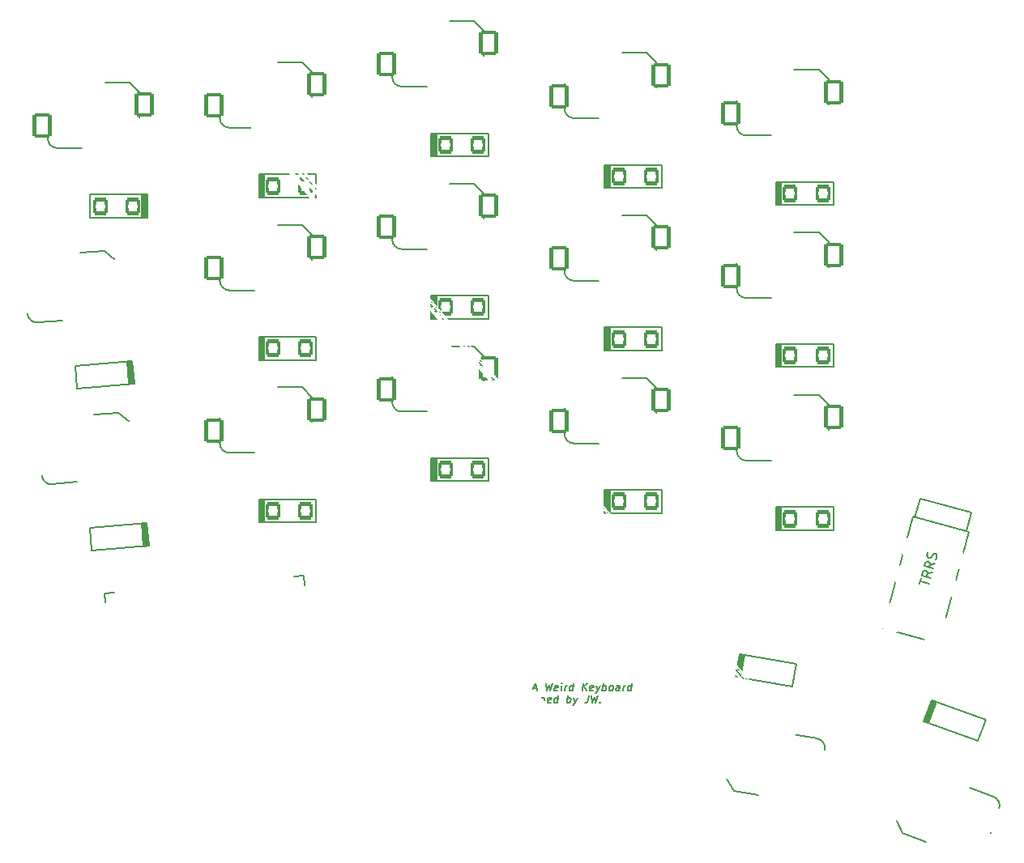
<source format=gto>
G04 #@! TF.GenerationSoftware,KiCad,Pcbnew,7.0.5*
G04 #@! TF.CreationDate,2023-06-14T10:23:52+08:00*
G04 #@! TF.ProjectId,AWKB-C,41574b42-2d43-42e6-9b69-6361645f7063,rev?*
G04 #@! TF.SameCoordinates,Original*
G04 #@! TF.FileFunction,Legend,Top*
G04 #@! TF.FilePolarity,Positive*
%FSLAX46Y46*%
G04 Gerber Fmt 4.6, Leading zero omitted, Abs format (unit mm)*
G04 Created by KiCad (PCBNEW 7.0.5) date 2023-06-14 10:23:52*
%MOMM*%
%LPD*%
G01*
G04 APERTURE LIST*
G04 Aperture macros list*
%AMRoundRect*
0 Rectangle with rounded corners*
0 $1 Rounding radius*
0 $2 $3 $4 $5 $6 $7 $8 $9 X,Y pos of 4 corners*
0 Add a 4 corners polygon primitive as box body*
4,1,4,$2,$3,$4,$5,$6,$7,$8,$9,$2,$3,0*
0 Add four circle primitives for the rounded corners*
1,1,$1+$1,$2,$3*
1,1,$1+$1,$4,$5*
1,1,$1+$1,$6,$7*
1,1,$1+$1,$8,$9*
0 Add four rect primitives between the rounded corners*
20,1,$1+$1,$2,$3,$4,$5,0*
20,1,$1+$1,$4,$5,$6,$7,0*
20,1,$1+$1,$6,$7,$8,$9,0*
20,1,$1+$1,$8,$9,$2,$3,0*%
%AMHorizOval*
0 Thick line with rounded ends*
0 $1 width*
0 $2 $3 position (X,Y) of the first rounded end (center of the circle)*
0 $4 $5 position (X,Y) of the second rounded end (center of the circle)*
0 Add line between two ends*
20,1,$1,$2,$3,$4,$5,0*
0 Add two circle primitives to create the rounded ends*
1,1,$1,$2,$3*
1,1,$1,$4,$5*%
%AMFreePoly0*
4,1,22,0.686777,0.580194,0.756366,0.524698,0.794986,0.444504,0.799999,0.400000,0.800000,0.200000,0.780194,0.113223,0.741421,0.058579,0.141421,-0.541421,0.066056,-0.588777,-0.022393,-0.598742,-0.106406,-0.569345,-0.141421,-0.541421,-0.741421,0.058579,-0.788777,0.133944,-0.800000,0.200000,-0.800000,0.400000,-0.780194,0.486777,-0.724698,0.556366,-0.644504,0.594986,-0.600000,0.600000,
0.600000,0.600000,0.686777,0.580194,0.686777,0.580194,$1*%
%AMFreePoly1*
4,1,26,0.706406,1.169345,0.769345,1.106406,0.798742,1.022393,0.800000,1.000000,0.800000,-0.250000,0.780194,-0.336777,0.724698,-0.406366,0.644504,-0.444986,0.600000,-0.450000,-0.600000,-0.450000,-0.686777,-0.430194,-0.756366,-0.374698,-0.794986,-0.294504,-0.800000,-0.250000,-0.800001,1.000000,-0.780194,1.086777,-0.724698,1.156366,-0.644504,1.194985,-0.555496,1.194986,-0.475302,1.156366,
-0.458579,1.141421,0.000000,0.682842,0.458579,1.141421,0.533944,1.188777,0.622393,1.198742,0.706406,1.169345,0.706406,1.169345,$1*%
%AMFreePoly2*
4,1,414,-2.663564,6.707050,-2.641221,6.706150,-2.627714,6.704682,-2.557310,6.692154,-2.496946,6.671026,-2.423852,6.631355,-2.413687,6.625023,-2.398814,6.614472,-2.158972,6.440888,-1.894926,6.250226,-1.604825,6.041150,-1.340970,5.851270,-1.340970,5.851269,-0.908659,5.540346,1.016000,5.540345,1.102777,5.520541,1.172366,5.465043,1.210986,5.384850,1.216000,5.340346,1.216000,4.009931,
1.299751,3.950054,1.397604,3.879440,1.472196,3.823385,1.475820,3.820528,1.531511,3.774507,1.538834,3.767818,1.574924,3.731412,1.599100,3.701843,1.617824,3.673864,1.642241,3.623128,1.650707,3.596451,1.659584,3.549979,1.661424,3.523819,1.657476,3.467890,1.643544,3.402871,1.621142,3.344696,1.575521,3.265763,1.570063,3.257327,1.474398,3.124598,1.474399,3.124598,
1.399655,3.020777,1.341070,2.939228,1.295956,2.876188,1.262955,2.829761,1.239581,2.796469,1.228629,2.780518,1.228382,2.778534,1.226098,2.749223,1.223899,2.705055,1.221971,2.645262,1.220353,2.568240,1.219044,2.472608,1.218021,2.356402,1.217250,2.217703,1.216700,2.054330,1.216701,2.054330,1.216336,1.864310,1.216122,1.646064,1.216022,1.397277,1.216000,1.156191,
1.216000,-0.508000,1.196194,-0.594777,1.140698,-0.664366,1.060504,-0.702986,1.016000,-0.708000,-1.300867,-0.708000,-1.317305,-0.721955,-1.374130,-0.762724,-1.456184,-0.797217,-1.462328,-0.798196,-1.521438,-0.806672,-1.610148,-0.799384,-1.618523,-0.796529,-1.683626,-0.772720,-1.726325,-0.750993,-1.765907,-0.724447,-1.770550,-0.721139,-1.786681,-0.708933,-4.832406,-0.708000,-4.919177,-0.688166,
-4.988750,-0.632650,-5.027344,-0.552444,-5.032345,-0.508064,-5.032395,-0.352086,-5.032421,-0.271829,-3.059387,-0.271830,-2.944889,-0.271615,-2.944888,-0.271615,-2.758679,-0.271042,-2.580739,-0.270256,-2.580738,-0.270256,-2.414939,-0.269261,-2.414940,-0.269261,-2.402157,-0.269159,-2.423194,-0.254061,-2.551428,-0.161856,-2.680405,-0.068976,-2.801942,0.018686,-2.907841,0.095225,-2.951636,0.126949,
-3.041522,0.192069,-3.054493,0.201448,-3.054493,-0.250384,-3.059387,-0.271830,-5.032421,-0.271829,-5.033035,1.627051,-5.116088,1.686225,-5.284226,1.806363,-5.425283,1.907915,-5.540186,1.991566,-5.630162,2.058240,-5.695871,2.108467,-5.698372,2.110442,-5.741778,2.145869,-5.747390,2.150809,-5.763238,2.165850,-5.804603,2.221793,-5.831146,2.275116,-5.852084,2.361626,-5.851576,2.378731,
-5.846892,2.443206,-5.827099,2.516549,-5.820642,2.529758,-5.788356,2.595805,-5.784989,2.601633,-4.580894,2.601633,-4.580837,2.458573,-4.580478,2.346570,-4.579555,2.262461,-4.577881,2.203736,-4.577285,2.194667,-4.548415,2.172831,-4.483289,2.124673,-4.404467,2.067194,-4.317291,2.004343,-4.304320,1.995049,-3.789717,1.626690,-3.693155,1.557418,-3.588658,1.482202,-3.493513,1.413516,
-3.493469,1.417579,-3.492215,1.570234,-3.491128,1.743282,-3.490225,1.934674,-3.489527,2.141404,-3.489052,2.361431,-3.488816,2.592405,-3.488794,2.690627,-3.488794,4.145613,-3.780439,4.145613,-3.797838,4.121466,-3.833847,4.071538,-3.884822,4.000919,-3.945645,3.916699,-4.011204,3.825953,-4.061105,3.756906,-4.138874,3.649180,-4.227667,3.525969,-4.318193,3.400180,-4.401743,3.283907,
-4.432523,3.241007,-4.580894,3.034101,-4.580894,2.601633,-5.784989,2.601633,-5.781445,2.607769,-5.775409,2.616730,-5.747746,2.656569,-5.702905,2.720059,-5.642947,2.804351,-5.569964,2.906530,-5.486213,3.023444,-5.393993,3.151881,-5.295612,3.288617,-5.193407,3.430389,-5.157803,3.479711,-5.032345,3.653438,-5.032345,4.562763,-3.478749,4.562763,-3.254493,4.562763,-3.167716,4.542957,
-3.098127,4.487461,-3.059507,4.407267,-3.054493,4.362825,-3.053482,1.095367,-2.755790,0.881825,-2.538863,0.726188,-2.348318,0.589414,-2.182662,0.470425,-2.040390,0.368136,-1.919993,0.281460,-1.830611,0.216986,-1.818379,1.744532,-1.390887,1.744532,-1.390887,0.872621,-1.390687,0.684777,-1.390113,0.507776,-1.389488,0.395984,-1.362208,0.434001,-1.282405,0.545014,-1.202983,0.655306,
-1.126858,0.760817,-1.056931,0.857505,-0.996121,0.941303,-0.964901,0.984151,-0.913707,1.054538,-0.851488,1.140514,-0.788030,1.228536,-0.750017,1.281458,-0.468879,1.673602,-0.418955,1.742967,-0.420240,1.742985,-0.587428,1.744095,-0.788602,1.744526,-0.788601,1.744526,-0.819150,1.744532,-1.390887,1.744532,-1.818379,1.744532,-1.816764,1.946135,-1.816608,1.965721,-1.796105,2.052336,
-1.740054,2.121479,-1.659553,2.159454,-1.617377,2.164117,-0.111097,2.169868,0.138817,2.516086,0.227450,2.638853,0.320064,2.767098,0.411852,2.894166,0.498011,3.013410,0.573742,3.118189,0.634535,3.202258,0.779387,3.402484,0.778132,3.427196,0.736528,3.458396,0.663454,3.512361,0.580098,3.572686,0.503228,3.627241,0.499236,3.630032,0.490935,3.635826,-0.332040,3.040808,
-0.491563,2.925814,-0.643339,2.817068,-0.784955,2.716258,-0.914136,2.624974,-1.028637,2.544784,-1.126312,2.477194,-1.205320,2.423507,-1.263590,2.385237,-1.267202,2.382973,-1.300050,2.363349,-1.335772,2.346546,-1.341637,2.344468,-1.430043,2.334129,-1.514180,2.363173,-1.549349,2.390986,-1.568831,2.410314,-1.575615,2.417759,-1.612287,2.462315,-1.614024,2.464486,-1.661873,2.526034,
-1.719812,2.602912,-1.784355,2.690558,-1.813064,2.730129,-1.897224,2.846653,-1.992502,2.978597,-2.090826,3.114777,-2.184002,3.243845,-2.251013,3.336686,-2.319043,3.430882,-2.402203,3.545922,-2.402202,3.545922,-2.495312,3.674648,-2.495313,3.674648,-2.593439,3.810237,-2.593438,3.810237,-2.691394,3.945522,-2.790634,4.082500,-2.879547,4.205244,-2.970969,4.331572,-3.060519,4.455420,
-3.143837,4.570758,-3.216578,4.671573,-3.274379,4.751822,-3.283113,4.763969,-3.308252,4.798680,-3.309485,4.796953,-3.367768,4.715859,-3.427376,4.633472,-3.478749,4.562763,-5.032345,4.562763,-5.032345,5.088893,-4.580894,5.088894,-4.580894,4.835834,-4.580509,4.692777,-4.579279,4.581848,-4.578828,4.564933,-4.530979,4.564588,-4.453634,4.565158,-4.384004,4.566788,-4.373602,4.567285,
-4.372294,4.568938,-4.320581,4.638596,-4.253334,4.732398,-4.221007,4.778279,-4.190391,4.821521,-4.144475,4.885859,-4.088149,4.964468,-4.026093,5.050817,-3.998998,5.088421,-4.071032,5.088758,-4.179382,5.088875,-2.969943,5.088875,-2.904744,4.998038,-2.807937,4.863599,-2.691454,4.702178,-2.555289,4.513770,-2.555289,4.513770,-2.399346,4.298241,-2.399346,4.298240,-2.223932,4.056015,
-2.191157,4.010778,-2.057824,3.826715,-1.942489,3.667405,-1.843008,3.529873,-1.757234,3.411137,-1.683021,3.308215,-1.618222,3.218130,-1.560700,3.137912,-1.508322,3.064603,-1.458972,2.995262,-1.414225,2.932165,-1.359497,2.855894,-1.355693,2.850744,-1.307082,2.885041,-1.205315,2.957385,-1.088324,3.041002,-0.958198,3.134408,-0.818136,3.235324,-0.818137,3.235325,-0.691009,3.327222,
-0.540362,3.436266,-0.395328,3.541212,-0.258867,3.639921,-0.133822,3.730337,-0.023033,3.810409,0.070663,3.878086,0.112494,3.908272,0.101072,3.916610,0.054852,3.950351,-0.046932,4.023566,-0.165523,4.108922,-0.291229,4.199442,-0.413710,4.287679,-0.507292,4.355131,-0.507291,4.355131,-0.608845,4.428321,-0.608843,4.428321,-0.729816,4.515456,-0.729816,4.515456,-0.861943,4.610589,
-0.996814,4.707660,-1.126055,4.800645,-1.193145,4.848896,-1.193144,4.848896,-1.526707,5.088757,-2.969943,5.088875,-4.179382,5.088875,-4.196977,5.088894,-4.580894,5.088894,-5.032345,5.088893,-5.032345,5.340346,-5.012538,5.427123,-4.957043,5.496712,-4.876849,5.535332,-4.832345,5.540346,-3.672979,5.540346,-3.671844,5.541921,-2.774877,5.541921,-2.654613,5.541104,-2.503084,5.540526,
-2.354041,5.540346,-2.192679,5.540502,-2.154401,5.540618,-2.179528,5.558770,-2.410073,5.725327,-2.472505,5.770435,-2.549554,5.824927,-2.563214,5.834142,-2.593747,5.792542,-2.653498,5.710414,-2.716249,5.623563,-2.774877,5.541921,-3.671844,5.541921,-3.451646,5.847456,-3.331591,6.014124,-3.229883,6.155310,-3.144709,6.273254,-3.074211,6.370242,-3.016438,6.448685,-2.969891,6.510352,
-2.968577,6.512055,-2.931280,6.559320,-2.928782,6.562361,-2.897756,6.598645,-2.892800,6.604029,-2.864383,6.632720,-2.854177,6.641712,-2.832303,6.658487,-2.792701,6.682153,-2.779068,6.688291,-2.724859,6.703967,-2.712337,6.705731,-2.677032,6.707549,-2.663564,6.707050,-2.663564,6.707050,$1*%
G04 Aperture macros list end*
%ADD10C,0.150000*%
%ADD11C,0.200000*%
%ADD12C,0.100000*%
%ADD13C,2.200000*%
%ADD14C,3.400000*%
%ADD15C,3.800000*%
%ADD16RoundRect,0.200000X-0.800000X-1.100000X0.800000X-1.100000X0.800000X1.100000X-0.800000X1.100000X0*%
%ADD17RoundRect,0.200000X-0.600000X-0.700000X0.600000X-0.700000X0.600000X0.700000X-0.600000X0.700000X0*%
%ADD18C,3.600000*%
%ADD19RoundRect,0.200000X0.978859X0.944370X-0.596833X1.222207X-0.978859X-0.944370X0.596833X-1.222207X0*%
%ADD20RoundRect,0.200000X-0.701084X-1.165539X0.892827X-1.026090X0.701084X1.165539X-0.892827X1.026090X0*%
%ADD21RoundRect,0.200000X1.127976X0.760046X-0.375532X1.307278X-1.127976X-0.760046X0.375532X-1.307278X0*%
%ADD22C,2.000000*%
%ADD23FreePoly0,185.000000*%
%ADD24FreePoly0,5.000000*%
%ADD25FreePoly1,5.000000*%
%ADD26FreePoly1,185.000000*%
%ADD27RoundRect,0.200000X-0.803230X-0.452573X0.324401X-0.862997X0.803230X0.452573X-0.324401X0.862997X0*%
%ADD28RoundRect,0.200000X-0.712438X-0.585177X0.469331X-0.793554X0.712438X0.585177X-0.469331X0.793554X0*%
%ADD29RoundRect,0.200000X0.536708X0.749630X-0.658726X0.645043X-0.536708X-0.749630X0.658726X-0.645043X0*%
%ADD30RoundRect,0.200000X0.600000X0.700000X-0.600000X0.700000X-0.600000X-0.700000X0.600000X-0.700000X0*%
%ADD31C,1.200000*%
%ADD32HorizOval,2.000000X0.051764X0.193185X-0.051764X-0.193185X0*%
%ADD33HorizOval,2.000000X-0.051764X-0.193185X0.051764X0.193185X0*%
%ADD34FreePoly2,35.000000*%
%ADD35C,1.100000*%
G04 APERTURE END LIST*
D10*
X150147074Y-131039309D02*
X150528026Y-131039309D01*
X150042312Y-131267881D02*
X150408979Y-130467881D01*
X150408979Y-130467881D02*
X150575645Y-131267881D01*
X150866121Y-130467881D02*
X150956598Y-131267881D01*
X150956598Y-131267881D02*
X151180407Y-130696452D01*
X151180407Y-130696452D02*
X151261359Y-131267881D01*
X151261359Y-131267881D02*
X151551836Y-130467881D01*
X151756598Y-131267881D02*
X151856598Y-130467881D01*
X152213741Y-131267881D02*
X151928026Y-130810738D01*
X152313741Y-130467881D02*
X151799455Y-130925024D01*
X152875645Y-130848833D02*
X152985169Y-130886928D01*
X152985169Y-130886928D02*
X153018503Y-130925024D01*
X153018503Y-130925024D02*
X153047074Y-131001214D01*
X153047074Y-131001214D02*
X153032788Y-131115500D01*
X153032788Y-131115500D02*
X152985169Y-131191690D01*
X152985169Y-131191690D02*
X152942312Y-131229786D01*
X152942312Y-131229786D02*
X152861360Y-131267881D01*
X152861360Y-131267881D02*
X152556598Y-131267881D01*
X152556598Y-131267881D02*
X152656598Y-130467881D01*
X152656598Y-130467881D02*
X152923264Y-130467881D01*
X152923264Y-130467881D02*
X152994693Y-130505976D01*
X152994693Y-130505976D02*
X153028026Y-130544071D01*
X153028026Y-130544071D02*
X153056598Y-130620262D01*
X153056598Y-130620262D02*
X153047074Y-130696452D01*
X153047074Y-130696452D02*
X152999455Y-130772643D01*
X152999455Y-130772643D02*
X152956598Y-130810738D01*
X152956598Y-130810738D02*
X152875645Y-130848833D01*
X152875645Y-130848833D02*
X152608979Y-130848833D01*
X154004217Y-130963119D02*
X154613741Y-130963119D01*
X155556598Y-131039309D02*
X155937550Y-131039309D01*
X155451836Y-131267881D02*
X155818503Y-130467881D01*
X155818503Y-130467881D02*
X155985169Y-131267881D01*
X156885169Y-130467881D02*
X156975646Y-131267881D01*
X156975646Y-131267881D02*
X157199455Y-130696452D01*
X157199455Y-130696452D02*
X157280407Y-131267881D01*
X157280407Y-131267881D02*
X157570884Y-130467881D01*
X158085170Y-131229786D02*
X158004217Y-131267881D01*
X158004217Y-131267881D02*
X157851836Y-131267881D01*
X157851836Y-131267881D02*
X157780408Y-131229786D01*
X157780408Y-131229786D02*
X157751836Y-131153595D01*
X157751836Y-131153595D02*
X157789932Y-130848833D01*
X157789932Y-130848833D02*
X157837551Y-130772643D01*
X157837551Y-130772643D02*
X157918503Y-130734547D01*
X157918503Y-130734547D02*
X158070884Y-130734547D01*
X158070884Y-130734547D02*
X158142312Y-130772643D01*
X158142312Y-130772643D02*
X158170884Y-130848833D01*
X158170884Y-130848833D02*
X158161360Y-130925024D01*
X158161360Y-130925024D02*
X157770884Y-131001214D01*
X158461360Y-131267881D02*
X158528026Y-130734547D01*
X158561360Y-130467881D02*
X158518503Y-130505976D01*
X158518503Y-130505976D02*
X158551836Y-130544071D01*
X158551836Y-130544071D02*
X158594693Y-130505976D01*
X158594693Y-130505976D02*
X158561360Y-130467881D01*
X158561360Y-130467881D02*
X158551836Y-130544071D01*
X158842312Y-131267881D02*
X158908978Y-130734547D01*
X158889931Y-130886928D02*
X158937550Y-130810738D01*
X158937550Y-130810738D02*
X158980407Y-130772643D01*
X158980407Y-130772643D02*
X159061359Y-130734547D01*
X159061359Y-130734547D02*
X159137550Y-130734547D01*
X159680407Y-131267881D02*
X159780407Y-130467881D01*
X159685169Y-131229786D02*
X159604216Y-131267881D01*
X159604216Y-131267881D02*
X159451836Y-131267881D01*
X159451836Y-131267881D02*
X159380407Y-131229786D01*
X159380407Y-131229786D02*
X159347074Y-131191690D01*
X159347074Y-131191690D02*
X159318502Y-131115500D01*
X159318502Y-131115500D02*
X159347074Y-130886928D01*
X159347074Y-130886928D02*
X159394693Y-130810738D01*
X159394693Y-130810738D02*
X159437550Y-130772643D01*
X159437550Y-130772643D02*
X159518502Y-130734547D01*
X159518502Y-130734547D02*
X159670883Y-130734547D01*
X159670883Y-130734547D02*
X159742312Y-130772643D01*
X160670884Y-131267881D02*
X160770884Y-130467881D01*
X161128027Y-131267881D02*
X160842312Y-130810738D01*
X161228027Y-130467881D02*
X160713741Y-130925024D01*
X161780408Y-131229786D02*
X161699455Y-131267881D01*
X161699455Y-131267881D02*
X161547074Y-131267881D01*
X161547074Y-131267881D02*
X161475646Y-131229786D01*
X161475646Y-131229786D02*
X161447074Y-131153595D01*
X161447074Y-131153595D02*
X161485170Y-130848833D01*
X161485170Y-130848833D02*
X161532789Y-130772643D01*
X161532789Y-130772643D02*
X161613741Y-130734547D01*
X161613741Y-130734547D02*
X161766122Y-130734547D01*
X161766122Y-130734547D02*
X161837550Y-130772643D01*
X161837550Y-130772643D02*
X161866122Y-130848833D01*
X161866122Y-130848833D02*
X161856598Y-130925024D01*
X161856598Y-130925024D02*
X161466122Y-131001214D01*
X162147074Y-130734547D02*
X162270884Y-131267881D01*
X162528026Y-130734547D02*
X162270884Y-131267881D01*
X162270884Y-131267881D02*
X162170884Y-131458357D01*
X162170884Y-131458357D02*
X162128026Y-131496452D01*
X162128026Y-131496452D02*
X162047074Y-131534547D01*
X162766122Y-131267881D02*
X162866122Y-130467881D01*
X162828027Y-130772643D02*
X162908979Y-130734547D01*
X162908979Y-130734547D02*
X163061360Y-130734547D01*
X163061360Y-130734547D02*
X163132788Y-130772643D01*
X163132788Y-130772643D02*
X163166122Y-130810738D01*
X163166122Y-130810738D02*
X163194693Y-130886928D01*
X163194693Y-130886928D02*
X163166122Y-131115500D01*
X163166122Y-131115500D02*
X163118503Y-131191690D01*
X163118503Y-131191690D02*
X163075646Y-131229786D01*
X163075646Y-131229786D02*
X162994693Y-131267881D01*
X162994693Y-131267881D02*
X162842312Y-131267881D01*
X162842312Y-131267881D02*
X162770884Y-131229786D01*
X163604218Y-131267881D02*
X163532789Y-131229786D01*
X163532789Y-131229786D02*
X163499456Y-131191690D01*
X163499456Y-131191690D02*
X163470884Y-131115500D01*
X163470884Y-131115500D02*
X163499456Y-130886928D01*
X163499456Y-130886928D02*
X163547075Y-130810738D01*
X163547075Y-130810738D02*
X163589932Y-130772643D01*
X163589932Y-130772643D02*
X163670884Y-130734547D01*
X163670884Y-130734547D02*
X163785170Y-130734547D01*
X163785170Y-130734547D02*
X163856598Y-130772643D01*
X163856598Y-130772643D02*
X163889932Y-130810738D01*
X163889932Y-130810738D02*
X163918503Y-130886928D01*
X163918503Y-130886928D02*
X163889932Y-131115500D01*
X163889932Y-131115500D02*
X163842313Y-131191690D01*
X163842313Y-131191690D02*
X163799456Y-131229786D01*
X163799456Y-131229786D02*
X163718503Y-131267881D01*
X163718503Y-131267881D02*
X163604218Y-131267881D01*
X164556599Y-131267881D02*
X164608980Y-130848833D01*
X164608980Y-130848833D02*
X164580408Y-130772643D01*
X164580408Y-130772643D02*
X164508980Y-130734547D01*
X164508980Y-130734547D02*
X164356599Y-130734547D01*
X164356599Y-130734547D02*
X164275647Y-130772643D01*
X164561361Y-131229786D02*
X164480408Y-131267881D01*
X164480408Y-131267881D02*
X164289932Y-131267881D01*
X164289932Y-131267881D02*
X164218504Y-131229786D01*
X164218504Y-131229786D02*
X164189932Y-131153595D01*
X164189932Y-131153595D02*
X164199456Y-131077405D01*
X164199456Y-131077405D02*
X164247075Y-131001214D01*
X164247075Y-131001214D02*
X164328028Y-130963119D01*
X164328028Y-130963119D02*
X164518504Y-130963119D01*
X164518504Y-130963119D02*
X164599456Y-130925024D01*
X164937552Y-131267881D02*
X165004218Y-130734547D01*
X164985171Y-130886928D02*
X165032790Y-130810738D01*
X165032790Y-130810738D02*
X165075647Y-130772643D01*
X165075647Y-130772643D02*
X165156599Y-130734547D01*
X165156599Y-130734547D02*
X165232790Y-130734547D01*
X165775647Y-131267881D02*
X165875647Y-130467881D01*
X165780409Y-131229786D02*
X165699456Y-131267881D01*
X165699456Y-131267881D02*
X165547076Y-131267881D01*
X165547076Y-131267881D02*
X165475647Y-131229786D01*
X165475647Y-131229786D02*
X165442314Y-131191690D01*
X165442314Y-131191690D02*
X165413742Y-131115500D01*
X165413742Y-131115500D02*
X165442314Y-130886928D01*
X165442314Y-130886928D02*
X165489933Y-130810738D01*
X165489933Y-130810738D02*
X165532790Y-130772643D01*
X165532790Y-130772643D02*
X165613742Y-130734547D01*
X165613742Y-130734547D02*
X165766123Y-130734547D01*
X165766123Y-130734547D02*
X165837552Y-130772643D01*
X150156598Y-132555881D02*
X150256598Y-131755881D01*
X150256598Y-131755881D02*
X150561360Y-131755881D01*
X150561360Y-131755881D02*
X150632788Y-131793976D01*
X150632788Y-131793976D02*
X150666122Y-131832071D01*
X150666122Y-131832071D02*
X150694693Y-131908262D01*
X150694693Y-131908262D02*
X150680407Y-132022547D01*
X150680407Y-132022547D02*
X150632788Y-132098738D01*
X150632788Y-132098738D02*
X150589931Y-132136833D01*
X150589931Y-132136833D02*
X150508979Y-132174928D01*
X150508979Y-132174928D02*
X150204217Y-132174928D01*
X151423264Y-132479690D02*
X151380407Y-132517786D01*
X151380407Y-132517786D02*
X151261360Y-132555881D01*
X151261360Y-132555881D02*
X151185169Y-132555881D01*
X151185169Y-132555881D02*
X151075645Y-132517786D01*
X151075645Y-132517786D02*
X151008979Y-132441595D01*
X151008979Y-132441595D02*
X150980407Y-132365405D01*
X150980407Y-132365405D02*
X150961360Y-132213024D01*
X150961360Y-132213024D02*
X150975645Y-132098738D01*
X150975645Y-132098738D02*
X151032788Y-131946357D01*
X151032788Y-131946357D02*
X151080407Y-131870166D01*
X151080407Y-131870166D02*
X151166122Y-131793976D01*
X151166122Y-131793976D02*
X151285169Y-131755881D01*
X151285169Y-131755881D02*
X151361360Y-131755881D01*
X151361360Y-131755881D02*
X151470884Y-131793976D01*
X151470884Y-131793976D02*
X151504217Y-131832071D01*
X152075645Y-132136833D02*
X152185169Y-132174928D01*
X152185169Y-132174928D02*
X152218503Y-132213024D01*
X152218503Y-132213024D02*
X152247074Y-132289214D01*
X152247074Y-132289214D02*
X152232788Y-132403500D01*
X152232788Y-132403500D02*
X152185169Y-132479690D01*
X152185169Y-132479690D02*
X152142312Y-132517786D01*
X152142312Y-132517786D02*
X152061360Y-132555881D01*
X152061360Y-132555881D02*
X151756598Y-132555881D01*
X151756598Y-132555881D02*
X151856598Y-131755881D01*
X151856598Y-131755881D02*
X152123264Y-131755881D01*
X152123264Y-131755881D02*
X152194693Y-131793976D01*
X152194693Y-131793976D02*
X152228026Y-131832071D01*
X152228026Y-131832071D02*
X152256598Y-131908262D01*
X152256598Y-131908262D02*
X152247074Y-131984452D01*
X152247074Y-131984452D02*
X152199455Y-132060643D01*
X152199455Y-132060643D02*
X152156598Y-132098738D01*
X152156598Y-132098738D02*
X152075645Y-132136833D01*
X152075645Y-132136833D02*
X151808979Y-132136833D01*
X153508979Y-132555881D02*
X153608979Y-131755881D01*
X153513741Y-132517786D02*
X153432788Y-132555881D01*
X153432788Y-132555881D02*
X153280408Y-132555881D01*
X153280408Y-132555881D02*
X153208979Y-132517786D01*
X153208979Y-132517786D02*
X153175646Y-132479690D01*
X153175646Y-132479690D02*
X153147074Y-132403500D01*
X153147074Y-132403500D02*
X153175646Y-132174928D01*
X153175646Y-132174928D02*
X153223265Y-132098738D01*
X153223265Y-132098738D02*
X153266122Y-132060643D01*
X153266122Y-132060643D02*
X153347074Y-132022547D01*
X153347074Y-132022547D02*
X153499455Y-132022547D01*
X153499455Y-132022547D02*
X153570884Y-132060643D01*
X154199456Y-132517786D02*
X154118503Y-132555881D01*
X154118503Y-132555881D02*
X153966122Y-132555881D01*
X153966122Y-132555881D02*
X153894694Y-132517786D01*
X153894694Y-132517786D02*
X153866122Y-132441595D01*
X153866122Y-132441595D02*
X153904218Y-132136833D01*
X153904218Y-132136833D02*
X153951837Y-132060643D01*
X153951837Y-132060643D02*
X154032789Y-132022547D01*
X154032789Y-132022547D02*
X154185170Y-132022547D01*
X154185170Y-132022547D02*
X154256598Y-132060643D01*
X154256598Y-132060643D02*
X154285170Y-132136833D01*
X154285170Y-132136833D02*
X154275646Y-132213024D01*
X154275646Y-132213024D02*
X153885170Y-132289214D01*
X154542312Y-132517786D02*
X154613741Y-132555881D01*
X154613741Y-132555881D02*
X154766122Y-132555881D01*
X154766122Y-132555881D02*
X154847074Y-132517786D01*
X154847074Y-132517786D02*
X154894693Y-132441595D01*
X154894693Y-132441595D02*
X154899455Y-132403500D01*
X154899455Y-132403500D02*
X154870884Y-132327309D01*
X154870884Y-132327309D02*
X154799455Y-132289214D01*
X154799455Y-132289214D02*
X154685170Y-132289214D01*
X154685170Y-132289214D02*
X154613741Y-132251119D01*
X154613741Y-132251119D02*
X154585170Y-132174928D01*
X154585170Y-132174928D02*
X154589932Y-132136833D01*
X154589932Y-132136833D02*
X154637551Y-132060643D01*
X154637551Y-132060643D02*
X154718503Y-132022547D01*
X154718503Y-132022547D02*
X154832789Y-132022547D01*
X154832789Y-132022547D02*
X154904217Y-132060643D01*
X155223265Y-132555881D02*
X155289931Y-132022547D01*
X155323265Y-131755881D02*
X155280408Y-131793976D01*
X155280408Y-131793976D02*
X155313741Y-131832071D01*
X155313741Y-131832071D02*
X155356598Y-131793976D01*
X155356598Y-131793976D02*
X155323265Y-131755881D01*
X155323265Y-131755881D02*
X155313741Y-131832071D01*
X156013741Y-132022547D02*
X155932788Y-132670166D01*
X155932788Y-132670166D02*
X155885169Y-132746357D01*
X155885169Y-132746357D02*
X155842312Y-132784452D01*
X155842312Y-132784452D02*
X155761360Y-132822547D01*
X155761360Y-132822547D02*
X155647074Y-132822547D01*
X155647074Y-132822547D02*
X155575645Y-132784452D01*
X155951836Y-132517786D02*
X155870883Y-132555881D01*
X155870883Y-132555881D02*
X155718503Y-132555881D01*
X155718503Y-132555881D02*
X155647074Y-132517786D01*
X155647074Y-132517786D02*
X155613741Y-132479690D01*
X155613741Y-132479690D02*
X155585169Y-132403500D01*
X155585169Y-132403500D02*
X155613741Y-132174928D01*
X155613741Y-132174928D02*
X155661360Y-132098738D01*
X155661360Y-132098738D02*
X155704217Y-132060643D01*
X155704217Y-132060643D02*
X155785169Y-132022547D01*
X155785169Y-132022547D02*
X155937550Y-132022547D01*
X155937550Y-132022547D02*
X156008979Y-132060643D01*
X156394693Y-132022547D02*
X156328027Y-132555881D01*
X156385170Y-132098738D02*
X156428027Y-132060643D01*
X156428027Y-132060643D02*
X156508979Y-132022547D01*
X156508979Y-132022547D02*
X156623265Y-132022547D01*
X156623265Y-132022547D02*
X156694693Y-132060643D01*
X156694693Y-132060643D02*
X156723265Y-132136833D01*
X156723265Y-132136833D02*
X156670884Y-132555881D01*
X157361361Y-132517786D02*
X157280408Y-132555881D01*
X157280408Y-132555881D02*
X157128027Y-132555881D01*
X157128027Y-132555881D02*
X157056599Y-132517786D01*
X157056599Y-132517786D02*
X157028027Y-132441595D01*
X157028027Y-132441595D02*
X157066123Y-132136833D01*
X157066123Y-132136833D02*
X157113742Y-132060643D01*
X157113742Y-132060643D02*
X157194694Y-132022547D01*
X157194694Y-132022547D02*
X157347075Y-132022547D01*
X157347075Y-132022547D02*
X157418503Y-132060643D01*
X157418503Y-132060643D02*
X157447075Y-132136833D01*
X157447075Y-132136833D02*
X157437551Y-132213024D01*
X157437551Y-132213024D02*
X157047075Y-132289214D01*
X158080408Y-132555881D02*
X158180408Y-131755881D01*
X158085170Y-132517786D02*
X158004217Y-132555881D01*
X158004217Y-132555881D02*
X157851837Y-132555881D01*
X157851837Y-132555881D02*
X157780408Y-132517786D01*
X157780408Y-132517786D02*
X157747075Y-132479690D01*
X157747075Y-132479690D02*
X157718503Y-132403500D01*
X157718503Y-132403500D02*
X157747075Y-132174928D01*
X157747075Y-132174928D02*
X157794694Y-132098738D01*
X157794694Y-132098738D02*
X157837551Y-132060643D01*
X157837551Y-132060643D02*
X157918503Y-132022547D01*
X157918503Y-132022547D02*
X158070884Y-132022547D01*
X158070884Y-132022547D02*
X158142313Y-132060643D01*
X159070885Y-132555881D02*
X159170885Y-131755881D01*
X159132790Y-132060643D02*
X159213742Y-132022547D01*
X159213742Y-132022547D02*
X159366123Y-132022547D01*
X159366123Y-132022547D02*
X159437551Y-132060643D01*
X159437551Y-132060643D02*
X159470885Y-132098738D01*
X159470885Y-132098738D02*
X159499456Y-132174928D01*
X159499456Y-132174928D02*
X159470885Y-132403500D01*
X159470885Y-132403500D02*
X159423266Y-132479690D01*
X159423266Y-132479690D02*
X159380409Y-132517786D01*
X159380409Y-132517786D02*
X159299456Y-132555881D01*
X159299456Y-132555881D02*
X159147075Y-132555881D01*
X159147075Y-132555881D02*
X159075647Y-132517786D01*
X159785171Y-132022547D02*
X159908981Y-132555881D01*
X160166123Y-132022547D02*
X159908981Y-132555881D01*
X159908981Y-132555881D02*
X159808981Y-132746357D01*
X159808981Y-132746357D02*
X159766123Y-132784452D01*
X159766123Y-132784452D02*
X159685171Y-132822547D01*
X161342314Y-131755881D02*
X161270886Y-132327309D01*
X161270886Y-132327309D02*
X161218505Y-132441595D01*
X161218505Y-132441595D02*
X161132790Y-132517786D01*
X161132790Y-132517786D02*
X161013743Y-132555881D01*
X161013743Y-132555881D02*
X160937552Y-132555881D01*
X161647076Y-131755881D02*
X161737553Y-132555881D01*
X161737553Y-132555881D02*
X161961362Y-131984452D01*
X161961362Y-131984452D02*
X162042314Y-132555881D01*
X162042314Y-132555881D02*
X162332791Y-131755881D01*
X162547077Y-132479690D02*
X162580410Y-132517786D01*
X162580410Y-132517786D02*
X162537553Y-132555881D01*
X162537553Y-132555881D02*
X162504219Y-132517786D01*
X162504219Y-132517786D02*
X162547077Y-132479690D01*
X162547077Y-132479690D02*
X162537553Y-132555881D01*
X195927122Y-120088086D02*
X196075018Y-119536128D01*
X196966996Y-120070926D02*
X196001070Y-119812107D01*
X197275114Y-118921014D02*
X196728876Y-119119742D01*
X197127217Y-119472972D02*
X196161291Y-119214153D01*
X196161291Y-119214153D02*
X196259889Y-118846181D01*
X196259889Y-118846181D02*
X196330535Y-118766513D01*
X196330535Y-118766513D02*
X196388856Y-118732841D01*
X196388856Y-118732841D02*
X196493174Y-118711494D01*
X196493174Y-118711494D02*
X196631163Y-118748468D01*
X196631163Y-118748468D02*
X196710831Y-118819114D01*
X196710831Y-118819114D02*
X196744503Y-118877435D01*
X196744503Y-118877435D02*
X196765850Y-118981753D01*
X196765850Y-118981753D02*
X196667252Y-119349724D01*
X197533933Y-117955088D02*
X196987695Y-118153816D01*
X197386036Y-118507046D02*
X196420110Y-118248227D01*
X196420110Y-118248227D02*
X196518708Y-117880255D01*
X196518708Y-117880255D02*
X196589354Y-117800587D01*
X196589354Y-117800587D02*
X196647675Y-117766915D01*
X196647675Y-117766915D02*
X196751993Y-117745568D01*
X196751993Y-117745568D02*
X196889982Y-117782542D01*
X196889982Y-117782542D02*
X196969650Y-117853188D01*
X196969650Y-117853188D02*
X197003322Y-117911509D01*
X197003322Y-117911509D02*
X197024669Y-118015827D01*
X197024669Y-118015827D02*
X196926071Y-118383799D01*
X197586534Y-117574792D02*
X197669505Y-117449127D01*
X197669505Y-117449127D02*
X197731128Y-117219145D01*
X197731128Y-117219145D02*
X197709781Y-117114827D01*
X197709781Y-117114827D02*
X197676109Y-117056506D01*
X197676109Y-117056506D02*
X197596441Y-116985860D01*
X197596441Y-116985860D02*
X197504448Y-116961211D01*
X197504448Y-116961211D02*
X197400131Y-116982558D01*
X197400131Y-116982558D02*
X197341809Y-117016229D01*
X197341809Y-117016229D02*
X197271164Y-117095898D01*
X197271164Y-117095898D02*
X197175868Y-117267559D01*
X197175868Y-117267559D02*
X197105222Y-117347227D01*
X197105222Y-117347227D02*
X197046901Y-117380899D01*
X197046901Y-117380899D02*
X196942583Y-117402246D01*
X196942583Y-117402246D02*
X196850591Y-117377596D01*
X196850591Y-117377596D02*
X196770922Y-117306950D01*
X196770922Y-117306950D02*
X196737251Y-117248629D01*
X196737251Y-117248629D02*
X196715904Y-117144312D01*
X196715904Y-117144312D02*
X196777527Y-116914329D01*
X196777527Y-116914329D02*
X196860498Y-116788665D01*
X122813328Y-102761994D02*
X122813328Y-105411994D01*
X123813328Y-106411994D02*
X126413328Y-106411994D01*
X128838328Y-99561994D02*
X131388328Y-99561994D01*
X132413328Y-100586994D02*
X131388328Y-99561994D01*
X132413328Y-100586994D02*
X132413328Y-103186994D01*
X122813328Y-105411994D02*
G75*
G03*
X123813328Y-106411994I999999J-1D01*
G01*
D11*
X168990000Y-110288000D02*
X162990000Y-110288000D01*
X162990000Y-110288000D02*
X162990000Y-112688000D01*
X162990000Y-112688000D02*
X168990000Y-112688000D01*
X168990000Y-112688000D02*
X168990000Y-110288000D01*
X163548400Y-112688000D02*
X162990000Y-112688000D01*
X162990000Y-110288000D01*
X163548400Y-110288000D01*
X163548400Y-112688000D01*
G36*
X163548400Y-112688000D02*
G01*
X162990000Y-112688000D01*
X162990000Y-110288000D01*
X163548400Y-110288000D01*
X163548400Y-112688000D01*
G37*
D10*
X122813328Y-85762394D02*
X122813328Y-88412394D01*
X123813328Y-89412394D02*
X126413328Y-89412394D01*
X128838328Y-82562394D02*
X131388328Y-82562394D01*
X132413328Y-83587394D02*
X131388328Y-82562394D01*
X132413328Y-83587394D02*
X132413328Y-86187394D01*
X122813328Y-88412394D02*
G75*
G03*
X123813328Y-89412394I999999J-1D01*
G01*
D11*
X168990000Y-93287600D02*
X162990000Y-93287600D01*
X162990000Y-93287600D02*
X162990000Y-95687600D01*
X162990000Y-95687600D02*
X168990000Y-95687600D01*
X168990000Y-95687600D02*
X168990000Y-93287600D01*
X163548400Y-95687600D02*
X162990000Y-95687600D01*
X162990000Y-93287600D01*
X163548400Y-93287600D01*
X163548400Y-95687600D01*
G36*
X163548400Y-95687600D02*
G01*
X162990000Y-95687600D01*
X162990000Y-93287600D01*
X163548400Y-93287600D01*
X163548400Y-95687600D01*
G37*
D10*
X185576432Y-140065468D02*
X186036599Y-137455727D01*
X185225440Y-136297271D02*
X182664939Y-135845786D01*
X179087291Y-142170622D02*
X176576031Y-141727819D01*
X175744592Y-140540402D02*
X176576031Y-141727819D01*
X175744592Y-140540402D02*
X176196078Y-137979902D01*
X186036600Y-137455727D02*
G75*
G03*
X185225440Y-136297271I-984807J173649D01*
G01*
X104813128Y-70886104D02*
X104813128Y-73536104D01*
X105813128Y-74536104D02*
X108413128Y-74536104D01*
X110838128Y-67686104D02*
X113388128Y-67686104D01*
X114413128Y-68711104D02*
X113388128Y-67686104D01*
X114413128Y-68711104D02*
X114413128Y-71311104D01*
X104813128Y-73536104D02*
G75*
G03*
X105813128Y-74536104I999999J-1D01*
G01*
X102453233Y-89215500D02*
X102684196Y-91855416D01*
X103767546Y-92764454D02*
X106357652Y-92537850D01*
X108176408Y-85502563D02*
X110716704Y-85280316D01*
X111827138Y-86212081D02*
X110716704Y-85280316D01*
X111827138Y-86212081D02*
X112053743Y-88802187D01*
X102684197Y-91855416D02*
G75*
G03*
X103767546Y-92764454I996193J87155D01*
G01*
D11*
X132890000Y-111287400D02*
X126890000Y-111287400D01*
X126890000Y-111287400D02*
X126890000Y-113687400D01*
X126890000Y-113687400D02*
X132890000Y-113687400D01*
X132890000Y-113687400D02*
X132890000Y-111287400D01*
X127448400Y-113687400D02*
X126890000Y-113687400D01*
X126890000Y-111287400D01*
X127448400Y-111287400D01*
X127448400Y-113687400D01*
G36*
X127448400Y-113687400D02*
G01*
X126890000Y-113687400D01*
X126890000Y-111287400D01*
X127448400Y-111287400D01*
X127448400Y-113687400D01*
G37*
X168990000Y-76287640D02*
X162990000Y-76287640D01*
X162990000Y-76287640D02*
X162990000Y-78687640D01*
X162990000Y-78687640D02*
X168990000Y-78687640D01*
X168990000Y-78687640D02*
X168990000Y-76287640D01*
X163548400Y-78687640D02*
X162990000Y-78687640D01*
X162990000Y-76287640D01*
X163548400Y-76287640D01*
X163548400Y-78687640D01*
G36*
X163548400Y-78687640D02*
G01*
X162990000Y-78687640D01*
X162990000Y-76287640D01*
X163548400Y-76287640D01*
X163548400Y-78687640D01*
G37*
X186913000Y-95043586D02*
X180913000Y-95043586D01*
X180913000Y-95043586D02*
X180913000Y-97443586D01*
X180913000Y-97443586D02*
X186913000Y-97443586D01*
X186913000Y-97443586D02*
X186913000Y-95043586D01*
X181471400Y-97443586D02*
X180913000Y-97443586D01*
X180913000Y-95043586D01*
X181471400Y-95043586D01*
X181471400Y-97443586D01*
G36*
X181471400Y-97443586D02*
G01*
X180913000Y-97443586D01*
X180913000Y-95043586D01*
X181471400Y-95043586D01*
X181471400Y-97443586D01*
G37*
X150913102Y-72977440D02*
X144913102Y-72977440D01*
X144913102Y-72977440D02*
X144913102Y-75377440D01*
X144913102Y-75377440D02*
X150913102Y-75377440D01*
X150913102Y-75377440D02*
X150913102Y-72977440D01*
X145471502Y-75377440D02*
X144913102Y-75377440D01*
X144913102Y-72977440D01*
X145471502Y-72977440D01*
X145471502Y-75377440D01*
G36*
X145471502Y-75377440D02*
G01*
X144913102Y-75377440D01*
X144913102Y-72977440D01*
X145471502Y-72977440D01*
X145471502Y-75377440D01*
G37*
X186913000Y-112087000D02*
X180913000Y-112087000D01*
X180913000Y-112087000D02*
X180913000Y-114487000D01*
X180913000Y-114487000D02*
X186913000Y-114487000D01*
X186913000Y-114487000D02*
X186913000Y-112087000D01*
X181471400Y-114487000D02*
X180913000Y-114487000D01*
X180913000Y-112087000D01*
X181471400Y-112087000D01*
X181471400Y-114487000D01*
G36*
X181471400Y-114487000D02*
G01*
X180913000Y-114487000D01*
X180913000Y-112087000D01*
X181471400Y-112087000D01*
X181471400Y-114487000D01*
G37*
D10*
X203337396Y-146132777D02*
X204243749Y-143642592D01*
X203646077Y-142360879D02*
X201202876Y-141471627D01*
X196581283Y-147079122D02*
X194185067Y-146206971D01*
X193572453Y-144893216D02*
X194185067Y-146206971D01*
X193572453Y-144893216D02*
X194461705Y-142450015D01*
X204243749Y-143642592D02*
G75*
G03*
X203646077Y-142360879I-939691J342021D01*
G01*
X112290879Y-138813652D02*
X113287074Y-138726496D01*
X112290879Y-138813652D02*
X112203723Y-137817457D01*
X132053589Y-137084639D02*
X133099593Y-136993125D01*
X133099593Y-136993125D02*
X133012437Y-135996931D01*
X110739507Y-121081386D02*
X110822305Y-122027771D01*
X110739507Y-121081386D02*
X111735702Y-120994231D01*
X130552026Y-119348015D02*
X131548221Y-119260860D01*
X131548221Y-119260860D02*
X131636248Y-120267016D01*
D11*
X186913000Y-78087200D02*
X180913000Y-78087200D01*
X180913000Y-78087200D02*
X180913000Y-80487200D01*
X180913000Y-80487200D02*
X186913000Y-80487200D01*
X186913000Y-80487200D02*
X186913000Y-78087200D01*
X181471400Y-80487200D02*
X180913000Y-80487200D01*
X180913000Y-78087200D01*
X181471400Y-78087200D01*
X181471400Y-80487200D01*
G36*
X181471400Y-80487200D02*
G01*
X180913000Y-80487200D01*
X180913000Y-78087200D01*
X181471400Y-78087200D01*
X181471400Y-80487200D01*
G37*
D10*
X140812728Y-98452194D02*
X140812728Y-101102194D01*
X141812728Y-102102194D02*
X144412728Y-102102194D01*
X146837728Y-95252194D02*
X149387728Y-95252194D01*
X150412728Y-96277194D02*
X149387728Y-95252194D01*
X150412728Y-96277194D02*
X150412728Y-98877194D01*
X140812728Y-101102194D02*
G75*
G03*
X141812728Y-102102194I999999J-1D01*
G01*
D11*
X202826176Y-134301017D02*
X197188020Y-132248896D01*
X197188020Y-132248896D02*
X196367171Y-134504159D01*
X196367171Y-134504159D02*
X202005327Y-136556280D01*
X202005327Y-136556280D02*
X202826176Y-134301017D01*
X197712744Y-132439880D02*
X196891896Y-134695143D01*
X196367171Y-134504159D01*
X197188020Y-132248896D01*
X197712744Y-132439880D01*
G36*
X197712744Y-132439880D02*
G01*
X196891896Y-134695143D01*
X196367171Y-134504159D01*
X197188020Y-132248896D01*
X197712744Y-132439880D01*
G37*
D10*
X158812928Y-67762234D02*
X158812928Y-70412234D01*
X159812928Y-71412234D02*
X162412928Y-71412234D01*
X164837928Y-64562234D02*
X167387928Y-64562234D01*
X168412928Y-65587234D02*
X167387928Y-64562234D01*
X168412928Y-65587234D02*
X168412928Y-68187234D01*
X158812928Y-70412234D02*
G75*
G03*
X159812928Y-71412234I999999J-1D01*
G01*
X122813328Y-68762794D02*
X122813328Y-71412794D01*
X123813328Y-72412794D02*
X126413328Y-72412794D01*
X128838328Y-65562794D02*
X131388328Y-65562794D01*
X132413328Y-66587794D02*
X131388328Y-65562794D01*
X132413328Y-66587794D02*
X132413328Y-69187794D01*
X122813328Y-71412794D02*
G75*
G03*
X123813328Y-72412794I999999J-1D01*
G01*
X176812626Y-69561794D02*
X176812626Y-72211794D01*
X177812626Y-73211794D02*
X180412626Y-73211794D01*
X182837626Y-66361794D02*
X185387626Y-66361794D01*
X186412626Y-67386794D02*
X185387626Y-66361794D01*
X186412626Y-67386794D02*
X186412626Y-69986794D01*
X176812626Y-72211794D02*
G75*
G03*
X177812626Y-73211794I999999J-1D01*
G01*
D11*
X183027255Y-128475322D02*
X177118407Y-127433433D01*
X177118407Y-127433433D02*
X176701651Y-129796971D01*
X176701651Y-129796971D02*
X182610499Y-130838860D01*
X182610499Y-130838860D02*
X183027255Y-128475322D01*
X177668324Y-127530398D02*
X177251568Y-129893936D01*
X176701651Y-129796971D01*
X177118407Y-127433433D01*
X177668324Y-127530398D01*
G36*
X177668324Y-127530398D02*
G01*
X177251568Y-129893936D01*
X176701651Y-129796971D01*
X177118407Y-127433433D01*
X177668324Y-127530398D01*
G37*
X109400511Y-116633821D02*
X115377679Y-116110886D01*
X115377679Y-116110886D02*
X115168505Y-113720019D01*
X115168505Y-113720019D02*
X109191337Y-114242953D01*
X109191337Y-114242953D02*
X109400511Y-116633821D01*
X115377679Y-116110886D02*
X114821404Y-116159554D01*
X114612230Y-113768687D01*
X115168505Y-113720019D01*
X115377679Y-116110886D01*
G36*
X115377679Y-116110886D02*
G01*
X114821404Y-116159554D01*
X114612230Y-113768687D01*
X115168505Y-113720019D01*
X115377679Y-116110886D01*
G37*
X132890000Y-94287800D02*
X126890000Y-94287800D01*
X126890000Y-94287800D02*
X126890000Y-96687800D01*
X126890000Y-96687800D02*
X132890000Y-96687800D01*
X132890000Y-96687800D02*
X132890000Y-94287800D01*
X127448400Y-96687800D02*
X126890000Y-96687800D01*
X126890000Y-94287800D01*
X127448400Y-94287800D01*
X127448400Y-96687800D01*
G36*
X127448400Y-96687800D02*
G01*
X126890000Y-96687800D01*
X126890000Y-94287800D01*
X127448400Y-94287800D01*
X127448400Y-96687800D01*
G37*
X107888711Y-99692021D02*
X113865879Y-99169086D01*
X113865879Y-99169086D02*
X113656705Y-96778219D01*
X113656705Y-96778219D02*
X107679537Y-97301153D01*
X107679537Y-97301153D02*
X107888711Y-99692021D01*
X113865879Y-99169086D02*
X113309604Y-99217754D01*
X113100430Y-96826887D01*
X113656705Y-96778219D01*
X113865879Y-99169086D01*
G36*
X113865879Y-99169086D02*
G01*
X113309604Y-99217754D01*
X113100430Y-96826887D01*
X113656705Y-96778219D01*
X113865879Y-99169086D01*
G37*
X132890000Y-77288200D02*
X126890000Y-77288200D01*
X126890000Y-77288200D02*
X126890000Y-79688200D01*
X126890000Y-79688200D02*
X132890000Y-79688200D01*
X132890000Y-79688200D02*
X132890000Y-77288200D01*
X127448400Y-79688200D02*
X126890000Y-79688200D01*
X126890000Y-77288200D01*
X127448400Y-77288200D01*
X127448400Y-79688200D01*
G36*
X127448400Y-79688200D02*
G01*
X126890000Y-79688200D01*
X126890000Y-77288200D01*
X127448400Y-77288200D01*
X127448400Y-79688200D01*
G37*
D10*
X158812928Y-101762594D02*
X158812928Y-104412594D01*
X159812928Y-105412594D02*
X162412928Y-105412594D01*
X164837928Y-98562594D02*
X167387928Y-98562594D01*
X168412928Y-99587594D02*
X167387928Y-98562594D01*
X168412928Y-99587594D02*
X168412928Y-102187594D01*
X158812928Y-104412594D02*
G75*
G03*
X159812928Y-105412594I999999J-1D01*
G01*
D11*
X150913102Y-106977600D02*
X144913102Y-106977600D01*
X144913102Y-106977600D02*
X144913102Y-109377600D01*
X144913102Y-109377600D02*
X150913102Y-109377600D01*
X150913102Y-109377600D02*
X150913102Y-106977600D01*
X145471502Y-109377600D02*
X144913102Y-109377600D01*
X144913102Y-106977600D01*
X145471502Y-106977600D01*
X145471502Y-109377600D01*
G36*
X145471502Y-109377600D02*
G01*
X144913102Y-109377600D01*
X144913102Y-106977600D01*
X145471502Y-106977600D01*
X145471502Y-109377600D01*
G37*
X109240000Y-81811510D02*
X115240000Y-81811510D01*
X115240000Y-81811510D02*
X115240000Y-79411510D01*
X115240000Y-79411510D02*
X109240000Y-79411510D01*
X109240000Y-79411510D02*
X109240000Y-81811510D01*
X115240000Y-81811510D02*
X114681600Y-81811510D01*
X114681600Y-79411510D01*
X115240000Y-79411510D01*
X115240000Y-81811510D01*
G36*
X115240000Y-81811510D02*
G01*
X114681600Y-81811510D01*
X114681600Y-79411510D01*
X115240000Y-79411510D01*
X115240000Y-81811510D01*
G37*
D10*
X195212728Y-113076364D02*
X192081018Y-124764066D01*
X195454210Y-113141069D02*
X195971848Y-111209217D01*
X201381032Y-112658604D02*
X195971848Y-111209217D01*
X200863394Y-114590455D02*
X201381032Y-112658604D01*
X201104876Y-114655160D02*
X195212728Y-113076364D01*
X201104876Y-114655160D02*
X197973165Y-126342863D01*
X197973165Y-126342863D02*
X192081018Y-124764066D01*
X176812626Y-103561594D02*
X176812626Y-106211594D01*
X177812626Y-107211594D02*
X180412626Y-107211594D01*
X182837626Y-100361594D02*
X185387626Y-100361594D01*
X186412626Y-101386594D02*
X185387626Y-100361594D01*
X186412626Y-101386594D02*
X186412626Y-103986594D01*
X176812626Y-106211594D02*
G75*
G03*
X177812626Y-107211594I999999J-1D01*
G01*
X158812928Y-84762194D02*
X158812928Y-87412194D01*
X159812928Y-88412194D02*
X162412928Y-88412194D01*
X164837928Y-81562194D02*
X167387928Y-81562194D01*
X168412928Y-82587194D02*
X167387928Y-81562194D01*
X168412928Y-82587194D02*
X168412928Y-85187194D01*
X158812928Y-87412194D02*
G75*
G03*
X159812928Y-88412194I999999J-1D01*
G01*
D11*
X150913102Y-89977400D02*
X144913102Y-89977400D01*
X144913102Y-89977400D02*
X144913102Y-92377400D01*
X144913102Y-92377400D02*
X150913102Y-92377400D01*
X150913102Y-92377400D02*
X150913102Y-89977400D01*
X145471502Y-92377400D02*
X144913102Y-92377400D01*
X144913102Y-89977400D01*
X145471502Y-89977400D01*
X145471502Y-92377400D01*
G36*
X145471502Y-92377400D02*
G01*
X144913102Y-92377400D01*
X144913102Y-89977400D01*
X145471502Y-89977400D01*
X145471502Y-92377400D01*
G37*
D10*
X176812626Y-86561594D02*
X176812626Y-89211594D01*
X177812626Y-90211594D02*
X180412626Y-90211594D01*
X182837626Y-83361594D02*
X185387626Y-83361594D01*
X186412626Y-84386594D02*
X185387626Y-83361594D01*
X186412626Y-84386594D02*
X186412626Y-86986594D01*
X176812626Y-89211594D02*
G75*
G03*
X177812626Y-90211594I999999J-1D01*
G01*
X140812728Y-64452034D02*
X140812728Y-67102034D01*
X141812728Y-68102034D02*
X144412728Y-68102034D01*
X146837728Y-61252034D02*
X149387728Y-61252034D01*
X150412728Y-62277034D02*
X149387728Y-61252034D01*
X150412728Y-62277034D02*
X150412728Y-64877034D01*
X140812728Y-67102034D02*
G75*
G03*
X141812728Y-68102034I999999J-1D01*
G01*
X140812728Y-81451994D02*
X140812728Y-84101994D01*
X141812728Y-85101994D02*
X144412728Y-85101994D01*
X146837728Y-78251994D02*
X149387728Y-78251994D01*
X150412728Y-79276994D02*
X149387728Y-78251994D01*
X150412728Y-79276994D02*
X150412728Y-81876994D01*
X140812728Y-84101994D02*
G75*
G03*
X141812728Y-85101994I999999J-1D01*
G01*
X103966979Y-106143199D02*
X104197942Y-108783115D01*
X105281292Y-109692153D02*
X107871398Y-109465549D01*
X109690154Y-102430262D02*
X112230450Y-102208015D01*
X113340884Y-103139780D02*
X112230450Y-102208015D01*
X113340884Y-103139780D02*
X113567489Y-105729886D01*
X104197943Y-108783115D02*
G75*
G03*
X105281292Y-109692153I996193J87155D01*
G01*
%LPC*%
D12*
X115311113Y-135836693D02*
X114298979Y-135925243D01*
X114210429Y-134913109D01*
X115222563Y-134824559D01*
X115311113Y-135836693D01*
G36*
X115311113Y-135836693D02*
G01*
X114298979Y-135925243D01*
X114210429Y-134913109D01*
X115222563Y-134824559D01*
X115311113Y-135836693D01*
G37*
X117841447Y-135615317D02*
X116829314Y-135703868D01*
X116740763Y-134691734D01*
X117752897Y-134603184D01*
X117841447Y-135615317D01*
G36*
X117841447Y-135615317D02*
G01*
X116829314Y-135703868D01*
X116740763Y-134691734D01*
X117752897Y-134603184D01*
X117841447Y-135615317D01*
G37*
X120371782Y-135393942D02*
X119359648Y-135482492D01*
X119271098Y-134470358D01*
X120283232Y-134381808D01*
X120371782Y-135393942D01*
G36*
X120371782Y-135393942D02*
G01*
X119359648Y-135482492D01*
X119271098Y-134470358D01*
X120283232Y-134381808D01*
X120371782Y-135393942D01*
G37*
X122902116Y-135172566D02*
X121889983Y-135261116D01*
X121801432Y-134248983D01*
X122813566Y-134160432D01*
X122902116Y-135172566D01*
G36*
X122902116Y-135172566D02*
G01*
X121889983Y-135261116D01*
X121801432Y-134248983D01*
X122813566Y-134160432D01*
X122902116Y-135172566D01*
G37*
X125432451Y-134951191D02*
X124420317Y-135039741D01*
X124331767Y-134027607D01*
X125343901Y-133939057D01*
X125432451Y-134951191D01*
G36*
X125432451Y-134951191D02*
G01*
X124420317Y-135039741D01*
X124331767Y-134027607D01*
X125343901Y-133939057D01*
X125432451Y-134951191D01*
G37*
X127962786Y-134729815D02*
X126950652Y-134818365D01*
X126862102Y-133806231D01*
X127874235Y-133717681D01*
X127962786Y-134729815D01*
G36*
X127962786Y-134729815D02*
G01*
X126950652Y-134818365D01*
X126862102Y-133806231D01*
X127874235Y-133717681D01*
X127962786Y-134729815D01*
G37*
X130493120Y-134508439D02*
X129480986Y-134596990D01*
X129392436Y-133584856D01*
X130404570Y-133496306D01*
X130493120Y-134508439D01*
G36*
X130493120Y-134508439D02*
G01*
X129480986Y-134596990D01*
X129392436Y-133584856D01*
X130404570Y-133496306D01*
X130493120Y-134508439D01*
G37*
X114319350Y-124500794D02*
X113307216Y-124589345D01*
X113218666Y-123577211D01*
X114230800Y-123488660D01*
X114319350Y-124500794D01*
G36*
X114319350Y-124500794D02*
G01*
X113307216Y-124589345D01*
X113218666Y-123577211D01*
X114230800Y-123488660D01*
X114319350Y-124500794D01*
G37*
X116849685Y-124279419D02*
X115837551Y-124367969D01*
X115749001Y-123355835D01*
X116761135Y-123267285D01*
X116849685Y-124279419D01*
G36*
X116849685Y-124279419D02*
G01*
X115837551Y-124367969D01*
X115749001Y-123355835D01*
X116761135Y-123267285D01*
X116849685Y-124279419D01*
G37*
X119380019Y-124058043D02*
X118367886Y-124146593D01*
X118279335Y-123134460D01*
X119291469Y-123045909D01*
X119380019Y-124058043D01*
G36*
X119380019Y-124058043D02*
G01*
X118367886Y-124146593D01*
X118279335Y-123134460D01*
X119291469Y-123045909D01*
X119380019Y-124058043D01*
G37*
X121910354Y-123836668D02*
X120898220Y-123925218D01*
X120809670Y-122913084D01*
X121821804Y-122824534D01*
X121910354Y-123836668D01*
G36*
X121910354Y-123836668D02*
G01*
X120898220Y-123925218D01*
X120809670Y-122913084D01*
X121821804Y-122824534D01*
X121910354Y-123836668D01*
G37*
X124440688Y-123615292D02*
X123428555Y-123703842D01*
X123340004Y-122691708D01*
X124352138Y-122603158D01*
X124440688Y-123615292D01*
G36*
X124440688Y-123615292D02*
G01*
X123428555Y-123703842D01*
X123340004Y-122691708D01*
X124352138Y-122603158D01*
X124440688Y-123615292D01*
G37*
X126971023Y-123393916D02*
X125958889Y-123482467D01*
X125870339Y-122470333D01*
X126882473Y-122381783D01*
X126971023Y-123393916D01*
G36*
X126971023Y-123393916D02*
G01*
X125958889Y-123482467D01*
X125870339Y-122470333D01*
X126882473Y-122381783D01*
X126971023Y-123393916D01*
G37*
X129501357Y-123172541D02*
X128489224Y-123261091D01*
X128400673Y-122248957D01*
X129412807Y-122160407D01*
X129501357Y-123172541D01*
G36*
X129501357Y-123172541D02*
G01*
X128489224Y-123261091D01*
X128400673Y-122248957D01*
X129412807Y-122160407D01*
X129501357Y-123172541D01*
G37*
D13*
X124613328Y-107786994D03*
D14*
X125113328Y-104086994D03*
X130113328Y-101886994D03*
D15*
X130113328Y-107786994D03*
D14*
X135113328Y-104086994D03*
D13*
X135613328Y-107786994D03*
D16*
X122213328Y-104086994D03*
X132913328Y-101886994D03*
D17*
X164490000Y-111488000D03*
X167890000Y-111488000D03*
D13*
X124613328Y-90787394D03*
D14*
X125113328Y-87087394D03*
X130113328Y-84887394D03*
D15*
X130113328Y-90787394D03*
D14*
X135113328Y-87087394D03*
D13*
X135613328Y-90787394D03*
D16*
X122213328Y-87087394D03*
X132913328Y-84887394D03*
D18*
X178421800Y-63833186D03*
D17*
X164490000Y-94487600D03*
X167890000Y-94487600D03*
D13*
X184676360Y-134804242D03*
D14*
X183541458Y-138361207D03*
X178235393Y-139659543D03*
D15*
X179259917Y-133849177D03*
D14*
X173693380Y-136624725D03*
D13*
X173843474Y-132894112D03*
D19*
X186397400Y-138864786D03*
X175477931Y-139173328D03*
D13*
X106613128Y-75911104D03*
D14*
X107113128Y-72211104D03*
X112113128Y-70011104D03*
D15*
X112113128Y-75911104D03*
D14*
X117113128Y-72211104D03*
D13*
X117613128Y-75911104D03*
D16*
X104213128Y-72211104D03*
X114913128Y-70011104D03*
D13*
X104684341Y-94064498D03*
D14*
X104859962Y-90334999D03*
X109649193Y-87707592D03*
D15*
X110163412Y-93585141D03*
D14*
X114821909Y-89463442D03*
D13*
X115642483Y-93105784D03*
D20*
X101970998Y-90587751D03*
X112438538Y-87463556D03*
D17*
X128390000Y-112487400D03*
X131790000Y-112487400D03*
X164490000Y-77487640D03*
X167890000Y-77487640D03*
D18*
X173595800Y-117731986D03*
D17*
X182413000Y-96243586D03*
X185813000Y-96243586D03*
X146413102Y-74177440D03*
X149813102Y-74177440D03*
X182413000Y-113287000D03*
X185813000Y-113287000D03*
D18*
X136664200Y-133479986D03*
D13*
X203364600Y-140795186D03*
D14*
X201629280Y-144101038D03*
X196178372Y-144458261D03*
D15*
X198196291Y-138914075D03*
D14*
X192232353Y-140680837D03*
D13*
X193027982Y-137032964D03*
D21*
X204354388Y-145092897D03*
X193547233Y-143500605D03*
D22*
X114923682Y-137236988D03*
X117454017Y-137015613D03*
X119984351Y-136794237D03*
X122514686Y-136572862D03*
X125045021Y-136351486D03*
X127575355Y-136130110D03*
X130105690Y-135908735D03*
D23*
X114782908Y-135627935D03*
X117313243Y-135406559D03*
X119843577Y-135185183D03*
X122373912Y-134963808D03*
X124904247Y-134742432D03*
X127434581Y-134521057D03*
X129964916Y-134299681D03*
D24*
X113746871Y-123785969D03*
X116277205Y-123564593D03*
X118807540Y-123343218D03*
X121337874Y-123121842D03*
X123868209Y-122900467D03*
X126398543Y-122679091D03*
X128928878Y-122457716D03*
D22*
X113607404Y-122191858D03*
X116137739Y-121970483D03*
X118668073Y-121749107D03*
X121198408Y-121527732D03*
X123728742Y-121306356D03*
X126259077Y-121084980D03*
X128789411Y-120863605D03*
D25*
X113835421Y-124798103D03*
X116365755Y-124576727D03*
X118896090Y-124355352D03*
X121426425Y-124133976D03*
X123956759Y-123912601D03*
X126487094Y-123691225D03*
X129017428Y-123469849D03*
D26*
X129876365Y-133287547D03*
X127346031Y-133508923D03*
X124815696Y-133730298D03*
X122285362Y-133951674D03*
X119755027Y-134173050D03*
X117224693Y-134394425D03*
X114694358Y-134615801D03*
D17*
X182413000Y-79287200D03*
X185813000Y-79287200D03*
D13*
X142612728Y-103477194D03*
D14*
X143112728Y-99777194D03*
X148112728Y-97577194D03*
D15*
X148112728Y-103477194D03*
D14*
X153112728Y-99777194D03*
D13*
X153612728Y-103477194D03*
D16*
X140212728Y-99777194D03*
X150912728Y-97577194D03*
D18*
X190156600Y-131143186D03*
D27*
X198187135Y-133889558D03*
X201382089Y-135052426D03*
D13*
X160612928Y-72787234D03*
D14*
X161112928Y-69087234D03*
X166112928Y-66887234D03*
D15*
X166112928Y-72787234D03*
D14*
X171112928Y-69087234D03*
D13*
X171612928Y-72787234D03*
D16*
X158212928Y-69087234D03*
X168912928Y-66887234D03*
D13*
X124613328Y-73787794D03*
D14*
X125113328Y-70087794D03*
X130113328Y-67887794D03*
D15*
X130113328Y-73787794D03*
D14*
X135113328Y-70087794D03*
D13*
X135613328Y-73787794D03*
D16*
X122213328Y-70087794D03*
X132913328Y-67887794D03*
D13*
X178612626Y-74586794D03*
D14*
X179112626Y-70886794D03*
X184112626Y-68686794D03*
D15*
X184112626Y-74586794D03*
D14*
X189112626Y-70886794D03*
D13*
X189612626Y-74586794D03*
D16*
X176212626Y-70886794D03*
X186912626Y-68686794D03*
D28*
X178387241Y-128875674D03*
X181735587Y-129466078D03*
D29*
X113778800Y-115046186D03*
X110391738Y-115342516D03*
D17*
X128390000Y-95487800D03*
X131790000Y-95487800D03*
D29*
X112267000Y-98104386D03*
X108879938Y-98400716D03*
D17*
X128390000Y-78488200D03*
X131790000Y-78488200D03*
D13*
X160612928Y-106787594D03*
D14*
X161112928Y-103087594D03*
X166112928Y-100887594D03*
D15*
X166112928Y-106787594D03*
D14*
X171112928Y-103087594D03*
D13*
X171612928Y-106787594D03*
D16*
X158212928Y-103087594D03*
X168912928Y-100887594D03*
D17*
X146413102Y-108177600D03*
X149813102Y-108177600D03*
D30*
X113740000Y-80611510D03*
X110340000Y-80611510D03*
D18*
X122237000Y-117731986D03*
D31*
X197744692Y-115411243D03*
X195932958Y-122172724D03*
D32*
X193263064Y-123134476D03*
D33*
X197740477Y-124313489D03*
D32*
X194298340Y-119270772D03*
D33*
X198775753Y-120449786D03*
D32*
X195074797Y-116372995D03*
D33*
X199552210Y-117552008D03*
X193012517Y-124185440D03*
D32*
X197421622Y-125387562D03*
D13*
X178612626Y-108586594D03*
D14*
X179112626Y-104886594D03*
X184112626Y-102686594D03*
D15*
X184112626Y-108586594D03*
D14*
X189112626Y-104886594D03*
D13*
X189612626Y-108586594D03*
D16*
X176212626Y-104886594D03*
X186912626Y-102686594D03*
D13*
X160612928Y-89787194D03*
D14*
X161112928Y-86087194D03*
X166112928Y-83887194D03*
D15*
X166112928Y-89787194D03*
D14*
X171112928Y-86087194D03*
D13*
X171612928Y-89787194D03*
D16*
X158212928Y-86087194D03*
X168912928Y-83887194D03*
D17*
X146413102Y-91177400D03*
X149813102Y-91177400D03*
D13*
X178612626Y-91586594D03*
D14*
X179112626Y-87886594D03*
X184112626Y-85686594D03*
D15*
X184112626Y-91586594D03*
D14*
X189112626Y-87886594D03*
D13*
X189612626Y-91586594D03*
D16*
X176212626Y-87886594D03*
X186912626Y-85686594D03*
D34*
X149029600Y-129593238D03*
D13*
X142612728Y-69477034D03*
D14*
X143112728Y-65777034D03*
X148112728Y-63577034D03*
D15*
X148112728Y-69477034D03*
D14*
X153112728Y-65777034D03*
D13*
X153612728Y-69477034D03*
D16*
X140212728Y-65777034D03*
X150912728Y-63577034D03*
D18*
X119417600Y-64839600D03*
D13*
X142612728Y-86476994D03*
D14*
X143112728Y-82776994D03*
X148112728Y-80576994D03*
D15*
X148112728Y-86476994D03*
D14*
X153112728Y-82776994D03*
D13*
X153612728Y-86476994D03*
D16*
X140212728Y-82776994D03*
X150912728Y-80576994D03*
D13*
X106198087Y-110992197D03*
D14*
X106373708Y-107262698D03*
X111162939Y-104635291D03*
D15*
X111677158Y-110512840D03*
D14*
X116335655Y-106391141D03*
D13*
X117156229Y-110033483D03*
D20*
X103484744Y-107515450D03*
X113952284Y-104391255D03*
D31*
X117216300Y-131752786D03*
D35*
X128390000Y-78488200D03*
X113740000Y-80611510D03*
X146413102Y-74177440D03*
X164490000Y-77487640D03*
X121432700Y-132591772D03*
X182413000Y-79287200D03*
X146413102Y-91177400D03*
X112267000Y-98104386D03*
X118896090Y-132794972D03*
X128390000Y-95487800D03*
X164490000Y-94487600D03*
X182413000Y-96243586D03*
X116365755Y-133035917D03*
X128390000Y-112487400D03*
X113778800Y-115046186D03*
X146413102Y-108177600D03*
X182413000Y-113287000D03*
X164490000Y-111488000D03*
X127325500Y-126990472D03*
X178387241Y-128875674D03*
X198187135Y-133889558D03*
X127325500Y-124819372D03*
X119913128Y-72211104D03*
X110340000Y-80611510D03*
X131790000Y-78488200D03*
X137913328Y-70087794D03*
X155912728Y-65777034D03*
X149813102Y-74177440D03*
X173912928Y-69087234D03*
X167890000Y-77487640D03*
X185813000Y-79287200D03*
X191912626Y-70886794D03*
X117611254Y-89219406D03*
X108879938Y-98400716D03*
D31*
X117216300Y-125784572D03*
X117614200Y-115395186D03*
X114007400Y-84254786D03*
X124777000Y-99088386D03*
X117004600Y-99189986D03*
X109283000Y-108079986D03*
X107098600Y-95583186D03*
D35*
X108373594Y-104879327D03*
X113835421Y-133353772D03*
X106859848Y-87951628D03*
X109313128Y-70011104D03*
X127313328Y-67887794D03*
X127313328Y-101886994D03*
X127313328Y-84887394D03*
X123956759Y-132439372D03*
X126512700Y-132236172D03*
X145312728Y-63577034D03*
X145312728Y-80576994D03*
X145312728Y-97577194D03*
X163312928Y-100887594D03*
X163312928Y-83887194D03*
X158212928Y-113420386D03*
X180992854Y-140145758D03*
X122285362Y-125276572D03*
X163312928Y-66887234D03*
X131790000Y-95487800D03*
X137913328Y-87087394D03*
X149813102Y-91177400D03*
X155912728Y-82776994D03*
X173912928Y-86087194D03*
X167890000Y-94487600D03*
X129865500Y-124666972D03*
X185813000Y-96243586D03*
X191912626Y-87886594D03*
X119125000Y-106147105D03*
X110391738Y-115342516D03*
X131790000Y-112487400D03*
X137913328Y-104086994D03*
X155912728Y-99777194D03*
X149813102Y-108177600D03*
X173912928Y-103087594D03*
X167890000Y-111488000D03*
X191912626Y-104886594D03*
X185813000Y-113287000D03*
X181735587Y-129466077D03*
X170935918Y-136138510D03*
X193547233Y-143500605D03*
X201382090Y-135052426D03*
X129001900Y-131982172D03*
D31*
X114676300Y-125987772D03*
D35*
X124785500Y-125073372D03*
X181312626Y-68686794D03*
X181312626Y-102686594D03*
X174275944Y-114094886D03*
X181312626Y-85686594D03*
X198809511Y-145415918D03*
D31*
X119705500Y-125428972D03*
%LPD*%
M02*

</source>
